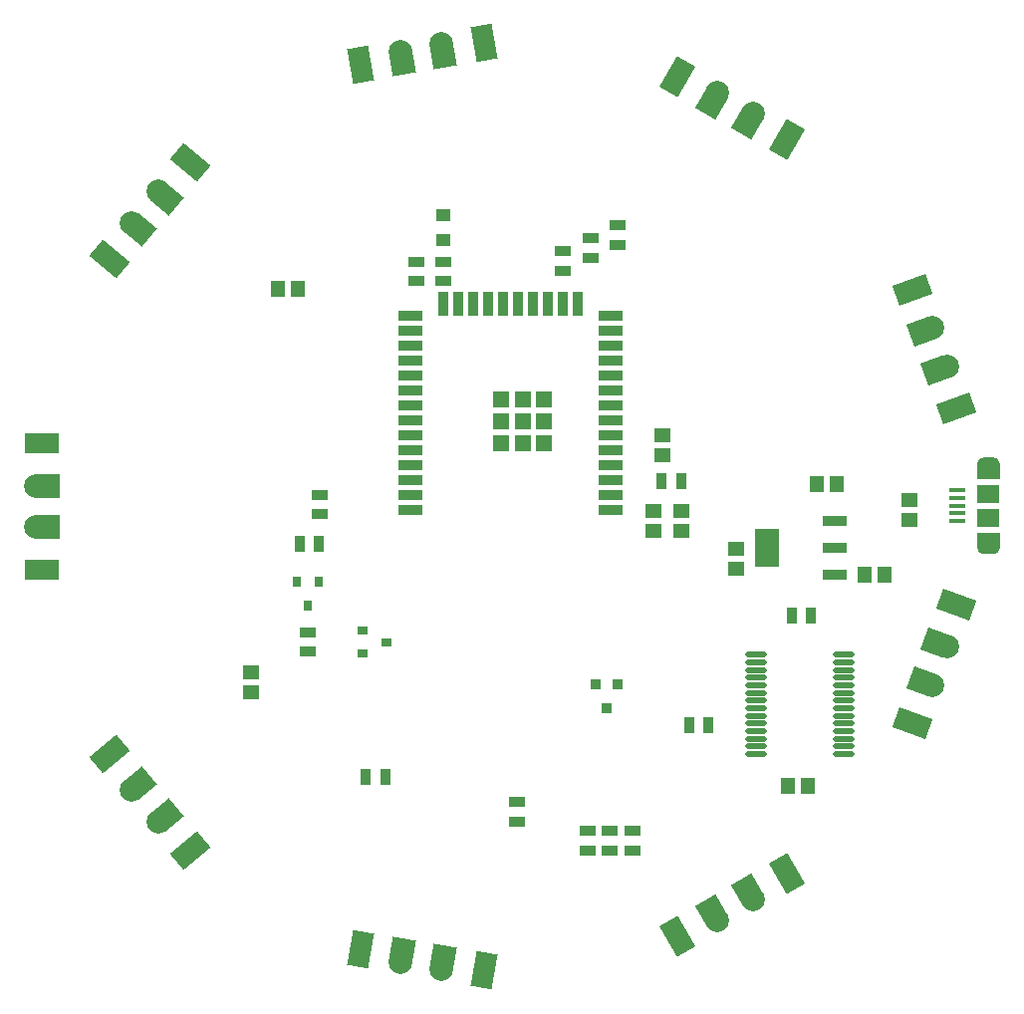
<source format=gtp>
G04*
G04 #@! TF.GenerationSoftware,Altium Limited,Altium Designer,21.7.2 (23)*
G04*
G04 Layer_Color=8421504*
%FSAX44Y44*%
%MOMM*%
G71*
G04*
G04 #@! TF.SameCoordinates,6A2E0322-7107-4E3D-A325-FA69C079B63E*
G04*
G04*
G04 #@! TF.FilePolarity,Positive*
G04*
G01*
G75*
%ADD12C,0.5000*%
G04:AMPARAMS|DCode=16|XSize=3mm|YSize=1.8mm|CornerRadius=0mm|HoleSize=0mm|Usage=FLASHONLY|Rotation=160.000|XOffset=0mm|YOffset=0mm|HoleType=Round|Shape=Rectangle|*
%AMROTATEDRECTD16*
4,1,4,1.7174,0.3327,1.1017,-1.3588,-1.7174,-0.3327,-1.1017,1.3588,1.7174,0.3327,0.0*
%
%ADD16ROTATEDRECTD16*%

%ADD17C,2.0000*%
%ADD18P,2.8284X4X205.0*%
G04:AMPARAMS|DCode=19|XSize=3mm|YSize=1.8mm|CornerRadius=0mm|HoleSize=0mm|Usage=FLASHONLY|Rotation=320.000|XOffset=0mm|YOffset=0mm|HoleType=Round|Shape=Rectangle|*
%AMROTATEDRECTD19*
4,1,4,-1.7276,0.2747,-0.5706,1.6536,1.7276,-0.2747,0.5706,-1.6536,-1.7276,0.2747,0.0*
%
%ADD19ROTATEDRECTD19*%

%ADD20P,2.8284X4X365.0*%
%ADD21R,3.0000X1.8000*%
%ADD22R,2.0000X2.0000*%
G04:AMPARAMS|DCode=23|XSize=3mm|YSize=1.8mm|CornerRadius=0mm|HoleSize=0mm|Usage=FLASHONLY|Rotation=40.000|XOffset=0mm|YOffset=0mm|HoleType=Round|Shape=Rectangle|*
%AMROTATEDRECTD23*
4,1,4,-0.5706,-1.6536,-1.7276,-0.2747,0.5706,1.6536,1.7276,0.2747,-0.5706,-1.6536,0.0*
%
%ADD23ROTATEDRECTD23*%

%ADD24P,2.8284X4X85.0*%
G04:AMPARAMS|DCode=25|XSize=3mm|YSize=1.8mm|CornerRadius=0mm|HoleSize=0mm|Usage=FLASHONLY|Rotation=120.000|XOffset=0mm|YOffset=0mm|HoleType=Round|Shape=Rectangle|*
%AMROTATEDRECTD25*
4,1,4,1.5294,-0.8490,-0.0294,-1.7490,-1.5294,0.8490,0.0294,1.7490,1.5294,-0.8490,0.0*
%
%ADD25ROTATEDRECTD25*%

%ADD26P,2.8284X4X165.0*%
G04:AMPARAMS|DCode=27|XSize=3mm|YSize=1.8mm|CornerRadius=0mm|HoleSize=0mm|Usage=FLASHONLY|Rotation=80.000|XOffset=0mm|YOffset=0mm|HoleType=Round|Shape=Rectangle|*
%AMROTATEDRECTD27*
4,1,4,0.6259,-1.6335,-1.1468,-1.3209,-0.6259,1.6335,1.1468,1.3209,0.6259,-1.6335,0.0*
%
%ADD27ROTATEDRECTD27*%

%ADD28P,2.8284X4X125.0*%
G04:AMPARAMS|DCode=29|XSize=3mm|YSize=1.8mm|CornerRadius=0mm|HoleSize=0mm|Usage=FLASHONLY|Rotation=280.000|XOffset=0mm|YOffset=0mm|HoleType=Round|Shape=Rectangle|*
%AMROTATEDRECTD29*
4,1,4,-1.1468,1.3209,0.6259,1.6335,1.1468,-1.3209,-0.6259,-1.6335,-1.1468,1.3209,0.0*
%
%ADD29ROTATEDRECTD29*%

%ADD30P,2.8284X4X325.0*%
G04:AMPARAMS|DCode=31|XSize=3mm|YSize=1.8mm|CornerRadius=0mm|HoleSize=0mm|Usage=FLASHONLY|Rotation=240.000|XOffset=0mm|YOffset=0mm|HoleType=Round|Shape=Rectangle|*
%AMROTATEDRECTD31*
4,1,4,-0.0294,1.7490,1.5294,0.8490,0.0294,-1.7490,-1.5294,-0.8490,-0.0294,1.7490,0.0*
%
%ADD31ROTATEDRECTD31*%

%ADD32P,2.8284X4X285.0*%
G04:AMPARAMS|DCode=33|XSize=3mm|YSize=1.8mm|CornerRadius=0mm|HoleSize=0mm|Usage=FLASHONLY|Rotation=200.000|XOffset=0mm|YOffset=0mm|HoleType=Round|Shape=Rectangle|*
%AMROTATEDRECTD33*
4,1,4,1.1017,1.3588,1.7174,-0.3327,-1.1017,-1.3588,-1.7174,0.3327,1.1017,1.3588,0.0*
%
%ADD33ROTATEDRECTD33*%

%ADD34P,2.8284X4X245.0*%
%ADD35R,0.8000X0.9000*%
%ADD36R,1.3300X1.3300*%
%ADD37R,0.9000X2.0000*%
%ADD38R,2.0000X0.9000*%
G04:AMPARAMS|DCode=39|XSize=0.8mm|YSize=0.9mm|CornerRadius=0mm|HoleSize=0mm|Usage=FLASHONLY|Rotation=0.476|XOffset=0mm|YOffset=0mm|HoleType=Round|Shape=Rectangle|*
%AMROTATEDRECTD39*
4,1,4,-0.3963,-0.4533,-0.4037,0.4467,0.3963,0.4533,0.4037,-0.4467,-0.3963,-0.4533,0.0*
%
%ADD39ROTATEDRECTD39*%

%ADD40R,1.2000X1.4000*%
%ADD41R,2.1000X3.2000*%
%ADD42R,2.1000X0.9000*%
%ADD43R,1.3500X0.8500*%
%ADD44R,1.4000X1.2000*%
%ADD45R,0.8500X1.3500*%
%ADD46O,1.8500X0.4500*%
%ADD47R,1.2000X1.1000*%
%ADD48R,0.9000X0.8000*%
%ADD49R,1.3500X0.4000*%
%ADD50R,1.9000X1.5000*%
G36*
X00862999Y00402763D02*
X00843999D01*
Y00415763D01*
X00862999D01*
Y00402763D01*
D02*
G37*
G36*
X00857999Y00397763D02*
X00848999Y00397763D01*
Y00402763D01*
X00857999D01*
Y00397763D01*
D02*
G37*
G36*
X00857999Y00474763D02*
X00848999D01*
Y00479763D01*
X00857999Y00479763D01*
Y00474763D01*
D02*
G37*
G36*
X00862999Y00461763D02*
X00843999D01*
Y00474763D01*
X00862999D01*
Y00461763D01*
D02*
G37*
D12*
X00860499Y00402763D02*
G03*
X00860499Y00402763I-00002500J00000000D01*
G01*
X00851499D02*
G03*
X00851499Y00402763I-00002500J00000000D01*
G01*
X00860499Y00474763D02*
G03*
X00860499Y00474763I-00002500J00000000D01*
G01*
X00851499D02*
G03*
X00851499Y00474763I-00002500J00000000D01*
G01*
D16*
X00789122Y00253997D02*
D03*
X00825718Y00354544D02*
D03*
D17*
X00806133Y00286115D02*
D03*
X00818104Y00319005D02*
D03*
X00147895Y00705950D02*
D03*
X00125398Y00679138D02*
D03*
X00044000Y00455500D02*
D03*
X00044000Y00420500D02*
D03*
X00147895Y00170051D02*
D03*
X00125398Y00196862D02*
D03*
X00653155Y00103804D02*
D03*
X00622845Y00086304D02*
D03*
X00354001Y00051055D02*
D03*
X00388469Y00044977D02*
D03*
X00354001Y00824945D02*
D03*
X00388469Y00831023D02*
D03*
X00653156Y00772196D02*
D03*
X00622845Y00789696D02*
D03*
X00806133Y00589884D02*
D03*
X00818104Y00556995D02*
D03*
D18*
X00796736Y00289536D02*
D03*
X00808707Y00322425D02*
D03*
D19*
X00174866Y00730313D02*
D03*
X00106088Y00648347D02*
D03*
D20*
X00155556Y00699522D02*
D03*
X00133058Y00672710D02*
D03*
D21*
X00049000Y00491500D02*
D03*
X00049000Y00384500D02*
D03*
D22*
X00054000Y00455500D02*
D03*
Y00420500D02*
D03*
D23*
X00174866Y00145687D02*
D03*
X00106088Y00227653D02*
D03*
D24*
X00155556Y00176478D02*
D03*
X00133058Y00203290D02*
D03*
D25*
X00681832Y00126134D02*
D03*
X00589168Y00072634D02*
D03*
D26*
X00648156Y00112464D02*
D03*
X00617845Y00094964D02*
D03*
D27*
X00319416Y00062230D02*
D03*
X00424791Y00043650D02*
D03*
D28*
X00355738Y00060903D02*
D03*
X00390206Y00054825D02*
D03*
D29*
X00319416Y00813770D02*
D03*
X00424791Y00832350D02*
D03*
D30*
X00355738Y00815097D02*
D03*
X00390206Y00821175D02*
D03*
D31*
X00681832Y00749866D02*
D03*
X00589168Y00803366D02*
D03*
D32*
X00648156Y00763536D02*
D03*
X00617845Y00781036D02*
D03*
D33*
X00789122Y00622003D02*
D03*
X00825718Y00521456D02*
D03*
D34*
X00796736Y00586464D02*
D03*
X00808707Y00553575D02*
D03*
D35*
X00284500Y00374000D02*
D03*
X00265500D02*
D03*
X00275000Y00354000D02*
D03*
D36*
X00439150Y00528750D02*
D03*
X00457500D02*
D03*
X00475850D02*
D03*
X00439150Y00510400D02*
D03*
X00457500D02*
D03*
X00475850D02*
D03*
X00439150Y00492050D02*
D03*
X00457500D02*
D03*
X00475850D02*
D03*
D37*
X00390350Y00610500D02*
D03*
X00403050D02*
D03*
X00415750D02*
D03*
X00428450D02*
D03*
X00441150D02*
D03*
X00453850D02*
D03*
X00466550D02*
D03*
X00479250D02*
D03*
X00491950D02*
D03*
X00504650D02*
D03*
D38*
X00362500Y00435400D02*
D03*
Y00448100D02*
D03*
Y00460800D02*
D03*
Y00473500D02*
D03*
Y00486200D02*
D03*
Y00498900D02*
D03*
Y00511600D02*
D03*
Y00524300D02*
D03*
Y00537000D02*
D03*
Y00549700D02*
D03*
Y00562400D02*
D03*
Y00575100D02*
D03*
Y00587800D02*
D03*
Y00600500D02*
D03*
X00532500D02*
D03*
Y00587800D02*
D03*
Y00575100D02*
D03*
Y00562400D02*
D03*
Y00549700D02*
D03*
Y00537000D02*
D03*
Y00524300D02*
D03*
Y00511600D02*
D03*
Y00498900D02*
D03*
Y00486200D02*
D03*
Y00473500D02*
D03*
Y00460800D02*
D03*
Y00448100D02*
D03*
Y00435400D02*
D03*
D39*
X00529083Y00267000D02*
D03*
X00519417Y00286921D02*
D03*
X00538417Y00287078D02*
D03*
D40*
X00249500Y00623000D02*
D03*
X00266500D02*
D03*
X00724500Y00457000D02*
D03*
X00707500D02*
D03*
X00765500Y00380000D02*
D03*
X00748500D02*
D03*
X00683000Y00201000D02*
D03*
X00700000D02*
D03*
D41*
X00665500Y00403000D02*
D03*
D42*
X00722500Y00426000D02*
D03*
Y00403000D02*
D03*
Y00380000D02*
D03*
D43*
X00492000Y00638750D02*
D03*
Y00655250D02*
D03*
X00538000Y00660750D02*
D03*
Y00677250D02*
D03*
X00550500Y00162250D02*
D03*
Y00145750D02*
D03*
X00531500Y00162250D02*
D03*
Y00145750D02*
D03*
X00512500Y00162250D02*
D03*
Y00145750D02*
D03*
X00390350Y00629750D02*
D03*
Y00646250D02*
D03*
X00367350Y00629750D02*
D03*
Y00646250D02*
D03*
X00515000Y00666250D02*
D03*
Y00649750D02*
D03*
X00275000Y00314750D02*
D03*
Y00331250D02*
D03*
X00285000Y00431750D02*
D03*
Y00448250D02*
D03*
X00453000Y00187000D02*
D03*
Y00170500D02*
D03*
D44*
X00786000Y00426500D02*
D03*
Y00443500D02*
D03*
X00226250Y00297250D02*
D03*
X00226250Y00280250D02*
D03*
X00639000Y00402500D02*
D03*
Y00385500D02*
D03*
X00569000Y00434500D02*
D03*
Y00417500D02*
D03*
X00576000Y00481500D02*
D03*
Y00498500D02*
D03*
X00592000Y00434500D02*
D03*
Y00417500D02*
D03*
D45*
X00324250Y00208000D02*
D03*
X00340750D02*
D03*
X00592250Y00460000D02*
D03*
X00575750D02*
D03*
X00267750Y00406000D02*
D03*
X00284250D02*
D03*
X00598750Y00252000D02*
D03*
X00615250D02*
D03*
X00686000Y00345250D02*
D03*
X00702500D02*
D03*
D46*
X00655750Y00312250D02*
D03*
Y00305750D02*
D03*
Y00299250D02*
D03*
Y00292750D02*
D03*
Y00286250D02*
D03*
Y00279750D02*
D03*
Y00273250D02*
D03*
Y00266750D02*
D03*
Y00260250D02*
D03*
Y00253750D02*
D03*
Y00247250D02*
D03*
Y00240750D02*
D03*
Y00234250D02*
D03*
Y00227750D02*
D03*
X00730250Y00312250D02*
D03*
Y00305750D02*
D03*
Y00299250D02*
D03*
Y00292750D02*
D03*
Y00286250D02*
D03*
Y00279750D02*
D03*
Y00273250D02*
D03*
Y00266750D02*
D03*
Y00260250D02*
D03*
Y00253750D02*
D03*
Y00247250D02*
D03*
Y00240750D02*
D03*
Y00234250D02*
D03*
Y00227750D02*
D03*
D47*
X00390350Y00685500D02*
D03*
Y00664500D02*
D03*
D48*
X00321750Y00332500D02*
D03*
Y00313500D02*
D03*
X00341750Y00323000D02*
D03*
D49*
X00826499Y00425763D02*
D03*
Y00432263D02*
D03*
Y00438763D02*
D03*
Y00445263D02*
D03*
Y00451763D02*
D03*
D50*
X00853499Y00428763D02*
D03*
Y00448763D02*
D03*
M02*

</source>
